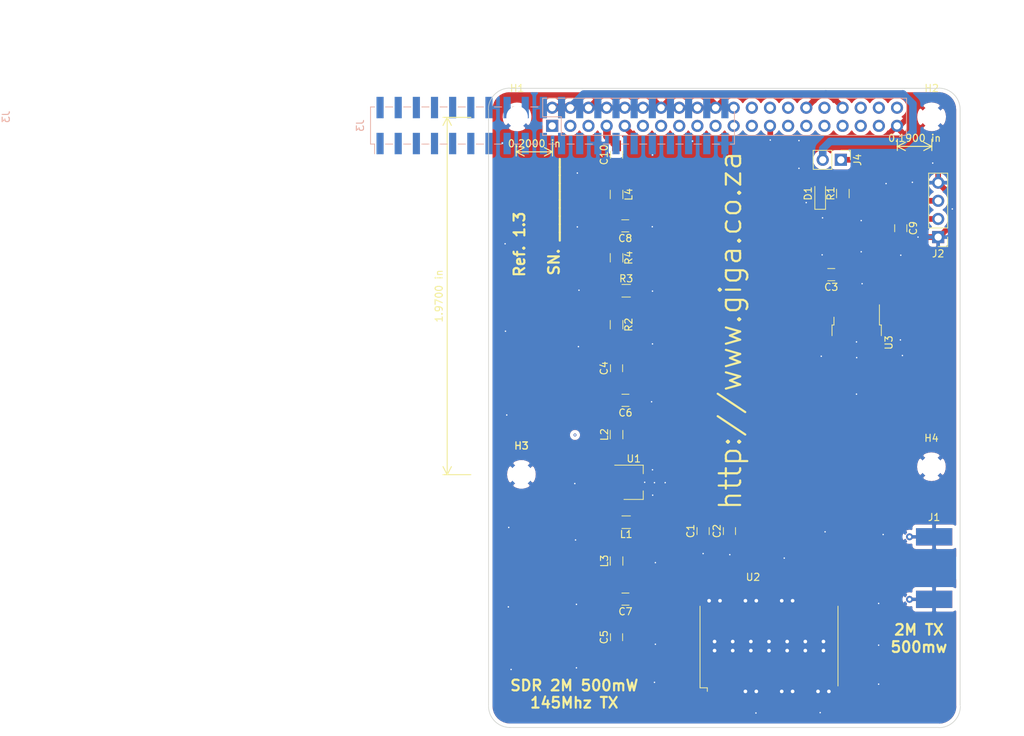
<source format=kicad_pcb>
(kicad_pcb (version 20171130) (host pcbnew "(5.1.9)-1")
  (title_block (title "Africube Transmitter") (date 2019-07-18) (rev V1.0) (company "Giga Technology"))
  (layers (0 F.Cu signal) (31 B.Cu signal) (34 B.Paste user) (35 F.Paste user) (36 B.SilkS user) (37 F.SilkS user) (38 B.Mask user) (39 F.Mask user) (44 Edge.Cuts user))
  (net 0 "")
  (net 1 GND)
  (net 2 +5V)
  (net 3 "Net-(C4-Pad1)")
  (net 4 "Net-(C4-Pad2)")
  (net 5 "Net-(C5-Pad1)")
  (net 6 "Net-(C5-Pad2)")
  (net 7 "Net-(C8-Pad2)")
  (net 8 "Net-(C10-Pad1)")
  (net 9 "Net-(D1-Pad2)")
  (net 10 "Net-(L1-Pad2)")
  (net 11 "Net-(L2-Pad1)")
  (net 12 "Net-(R2-Pad1)")
  (net 13 "Net-(J3-Pad2)")
  (net 14 "Net-(C9-Pad1)")
  (net 15 "Net-(C10-Pad2)")
  (net 16 "Net-(J1-Pad1)")
  (net 17 "Net-(J3-Pad40)")
  (net 18 "Net-(J3-Pad38)")
  (net 19 "Net-(J3-Pad37)")
  (net 20 "Net-(J3-Pad36)")
  (net 21 "Net-(J3-Pad35)")
  (net 22 "Net-(J3-Pad33)")
  (net 23 "Net-(J3-Pad32)")
  (net 24 "Net-(J3-Pad31)")
  (net 25 "Net-(J3-Pad29)")
  (net 26 "Net-(J3-Pad28)")
  (net 27 "Net-(J3-Pad27)")
  (net 28 "Net-(J3-Pad26)")
  (net 29 "Net-(J3-Pad24)")
  (net 30 "Net-(J3-Pad23)")
  (net 31 "Net-(J3-Pad22)")
  (net 32 "Net-(J3-Pad21)")
  (net 33 "Net-(J3-Pad19)")
  (net 34 "Net-(J3-Pad18)")
  (net 35 "Net-(J3-Pad17)")
  (net 36 "Net-(J3-Pad16)")
  (net 37 "Net-(J3-Pad15)")
  (net 38 "Net-(J3-Pad13)")
  (net 39 "Net-(J3-Pad12)")
  (net 40 "Net-(J3-Pad11)")
  (net 41 "Net-(J3-Pad10)")
  (net 42 "Net-(J3-Pad8)")
  (net 43 "Net-(J3-Pad5)")
  (net 44 "Net-(J3-Pad3)")
  (net 45 "Net-(J3-Pad1)")
  (module Connector_PinSocket_2.54mm:PinSocket_2x20_P2.54mm_Vertical (layer F.Cu) (at 85.93836 65.57772 270)
    (fp_text reference J3 (at -1.27 76.43 90) (layer B.SilkS) (effects (justify mirror)))
    (fp_text value PinSocket_2x20_P2.54mm_Vertical)
    (pad 40 thru_hole oval (at -2.54 -48.26 270) (size 1.7 1.7) (drill 1) (layers *.Cu *.Mask))
    (pad 39 thru_hole oval (at 0 -48.26 270) (size 1.7 1.7) (drill 1) (layers *.Cu *.Mask))
    (pad 38 thru_hole oval (at -2.54 -45.72 270) (size 1.7 1.7) (drill 1) (layers *.Cu *.Mask))
    (pad 37 thru_hole oval (at 0 -45.72 270) (size 1.7 1.7) (drill 1) (layers *.Cu *.Mask))
    (pad 36 thru_hole oval (at -2.54 -43.18 270) (size 1.7 1.7) (drill 1) (layers *.Cu *.Mask))
    (pad 35 thru_hole oval (at 0 -43.18 270) (size 1.7 1.7) (drill 1) (layers *.Cu *.Mask))
    (pad 34 thru_hole oval (at -2.54 -40.64 270) (size 1.7 1.7) (drill 1) (layers *.Cu *.Mask))
    (pad 33 thru_hole oval (at 0 -40.64 270) (size 1.7 1.7) (drill 1) (layers *.Cu *.Mask))
    (pad 32 thru_hole oval (at -2.54 -38.1 270) (size 1.7 1.7) (drill 1) (layers *.Cu *.Mask))
    (pad 31 thru_hole oval (at 0 -38.1 270) (size 1.7 1.7) (drill 1) (layers *.Cu *.Mask))
    (pad 30 thru_hole oval (at -2.54 -35.56 270) (size 1.7 1.7) (drill 1) (layers *.Cu *.Mask))
    (pad 29 thru_hole oval (at 0 -35.56 270) (size 1.7 1.7) (drill 1) (layers *.Cu *.Mask))
    (pad 28 thru_hole oval (at -2.54 -33.02 270) (size 1.7 1.7) (drill 1) (layers *.Cu *.Mask))
    (pad 27 thru_hole oval (at 0 -33.02 270) (size 1.7 1.7) (drill 1) (layers *.Cu *.Mask))
    (pad 26 thru_hole oval (at -2.54 -30.48 270) (size 1.7 1.7) (drill 1) (layers *.Cu *.Mask))
    (pad 25 thru_hole oval (at 0 -30.48 270) (size 1.7 1.7) (drill 1) (layers *.Cu *.Mask))
    (pad 24 thru_hole oval (at -2.54 -27.94 270) (size 1.7 1.7) (drill 1) (layers *.Cu *.Mask))
    (pad 23 thru_hole oval (at 0 -27.94 270) (size 1.7 1.7) (drill 1) (layers *.Cu *.Mask))
    (pad 22 thru_hole oval (at -2.54 -25.4 270) (size 1.7 1.7) (drill 1) (layers *.Cu *.Mask))
    (pad 21 thru_hole oval (at 0 -25.4 270) (size 1.7 1.7) (drill 1) (layers *.Cu *.Mask))
    (pad 20 thru_hole oval (at -2.54 -22.86 270) (size 1.7 1.7) (drill 1) (layers *.Cu *.Mask))
    (pad 19 thru_hole oval (at 0 -22.86 270) (size 1.7 1.7) (drill 1) (layers *.Cu *.Mask))
    (pad 18 thru_hole oval (at -2.54 -20.32 270) (size 1.7 1.7) (drill 1) (layers *.Cu *.Mask))
    (pad 17 thru_hole oval (at 0 -20.32 270) (size 1.7 1.7) (drill 1) (layers *.Cu *.Mask))
    (pad 16 thru_hole oval (at -2.54 -17.78 270) (size 1.7 1.7) (drill 1) (layers *.Cu *.Mask))
    (pad 15 thru_hole oval (at 0 -17.78 270) (size 1.7 1.7) (drill 1) (layers *.Cu *.Mask))
    (pad 14 thru_hole oval (at -2.54 -15.24 270) (size 1.7 1.7) (drill 1) (layers *.Cu *.Mask))
    (pad 13 thru_hole oval (at 0 -15.24 270) (size 1.7 1.7) (drill 1) (layers *.Cu *.Mask))
    (pad 12 thru_hole oval (at -2.54 -12.7 270) (size 1.7 1.7) (drill 1) (layers *.Cu *.Mask))
    (pad 11 thru_hole oval (at 0 -12.7 270) (size 1.7 1.7) (drill 1) (layers *.Cu *.Mask))
    (pad 10 thru_hole oval (at -2.54 -10.16 270) (size 1.7 1.7) (drill 1) (layers *.Cu *.Mask))
    (pad 9 thru_hole oval (at 0 -10.16 270) (size 1.7 1.7) (drill 1) (layers *.Cu *.Mask))
    (pad 8 thru_hole oval (at -2.54 -7.62 270) (size 1.7 1.7) (drill 1) (layers *.Cu *.Mask))
    (pad 7 thru_hole oval (at 0 -7.62 270) (size 1.7 1.7) (drill 1) (layers *.Cu *.Mask))
    (pad 6 thru_hole oval (at -2.54 -5.08 270) (size 1.7 1.7) (drill 1) (layers *.Cu *.Mask))
    (pad 5 thru_hole oval (at 0 -5.08 270) (size 1.7 1.7) (drill 1) (layers *.Cu *.Mask))
    (pad 4 thru_hole oval (at -2.54 -2.54 270) (size 1.7 1.7) (drill 1) (layers *.Cu *.Mask))
    (pad 3 thru_hole oval (at 0 -2.54 270) (size 1.7 1.7) (drill 1) (layers *.Cu *.Mask))
    (pad 2 thru_hole oval (at -2.54 0 270) (size 1.7 1.7) (drill 1) (layers *.Cu *.Mask))
    (pad 1 thru_hole rect (at 0 0 270) (size 1.7 1.7) (drill 1) (layers *.Cu *.Mask))
  )
  (module Connector_PinSocket_2.54mm:PinSocket_2x20_P2.54mm_Vertical_SMD (layer B.Cu) (at 85.979 65.532 270)
    (fp_text reference J3 (at 0 26.9 90) (layer B.SilkS) (effects (justify mirror)))
    (fp_text value RPi_GPIO)
    (pad 40 smd rect (at -2.52 -24.13 270) (size 3 1) (layers B.Cu B.Paste B.Mask) (net 17 "Net-(J3-Pad40)"))
    (pad 39 smd rect (at 2.52 -24.13 270) (size 3 1) (layers B.Cu B.Paste B.Mask) (net 1 GND))
    (pad 38 smd rect (at -2.52 -21.59 270) (size 3 1) (layers B.Cu B.Paste B.Mask) (net 18 "Net-(J3-Pad38)"))
    (pad 37 smd rect (at 2.52 -21.59 270) (size 3 1) (layers B.Cu B.Paste B.Mask) (net 19 "Net-(J3-Pad37)"))
    (pad 36 smd rect (at -2.52 -19.05 270) (size 3 1) (layers B.Cu B.Paste B.Mask) (net 20 "Net-(J3-Pad36)"))
    (pad 35 smd rect (at 2.52 -19.05 270) (size 3 1) (layers B.Cu B.Paste B.Mask) (net 21 "Net-(J3-Pad35)"))
    (pad 34 smd rect (at -2.52 -16.51 270) (size 3 1) (layers B.Cu B.Paste B.Mask) (net 1 GND))
    (pad 33 smd rect (at 2.52 -16.51 270) (size 3 1) (layers B.Cu B.Paste B.Mask) (net 22 "Net-(J3-Pad33)"))
    (pad 32 smd rect (at -2.52 -13.97 270) (size 3 1) (layers B.Cu B.Paste B.Mask) (net 23 "Net-(J3-Pad32)"))
    (pad 31 smd rect (at 2.52 -13.97 270) (size 3 1) (layers B.Cu B.Paste B.Mask) (net 24 "Net-(J3-Pad31)"))
    (pad 30 smd rect (at -2.52 -11.43 270) (size 3 1) (layers B.Cu B.Paste B.Mask) (net 1 GND))
    (pad 29 smd rect (at 2.52 -11.43 270) (size 3 1) (layers B.Cu B.Paste B.Mask) (net 25 "Net-(J3-Pad29)"))
    (pad 28 smd rect (at -2.52 -8.89 270) (size 3 1) (layers B.Cu B.Paste B.Mask) (net 26 "Net-(J3-Pad28)"))
    (pad 27 smd rect (at 2.52 -8.89 270) (size 3 1) (layers B.Cu B.Paste B.Mask) (net 27 "Net-(J3-Pad27)"))
    (pad 26 smd rect (at -2.52 -6.35 270) (size 3 1) (layers B.Cu B.Paste B.Mask) (net 28 "Net-(J3-Pad26)"))
    (pad 25 smd rect (at 2.52 -6.35 270) (size 3 1) (layers B.Cu B.Paste B.Mask) (net 1 GND))
    (pad 24 smd rect (at -2.52 -3.81 270) (size 3 1) (layers B.Cu B.Paste B.Mask) (net 29 "Net-(J3-Pad24)"))
    (pad 23 smd rect (at 2.52 -3.81 270) (size 3 1) (layers B.Cu B.Paste B.Mask) (net 30 "Net-(J3-Pad23)"))
    (pad 22 smd rect (at -2.52 -1.27 270) (size 3 1) (layers B.Cu B.Paste B.Mask) (net 31 "Net-(J3-Pad22)"))
    (pad 21 smd rect (at 2.52 -1.27 270) (size 3 1) (layers B.Cu B.Paste B.Mask) (net 32 "Net-(J3-Pad21)"))
    (pad 20 smd rect (at -2.52 1.27 270) (size 3 1) (layers B.Cu B.Paste B.Mask) (net 1 GND))
    (pad 19 smd rect (at 2.52 1.27 270) (size 3 1) (layers B.Cu B.Paste B.Mask) (net 33 "Net-(J3-Pad19)"))
    (pad 18 smd rect (at -2.52 3.81 270) (size 3 1) (layers B.Cu B.Paste B.Mask) (net 34 "Net-(J3-Pad18)"))
    (pad 17 smd rect (at 2.52 3.81 270) (size 3 1) (layers B.Cu B.Paste B.Mask) (net 35 "Net-(J3-Pad17)"))
    (pad 16 smd rect (at -2.52 6.35 270) (size 3 1) (layers B.Cu B.Paste B.Mask) (net 36 "Net-(J3-Pad16)"))
    (pad 15 smd rect (at 2.52 6.35 270) (size 3 1) (layers B.Cu B.Paste B.Mask) (net 37 "Net-(J3-Pad15)"))
    (pad 14 smd rect (at -2.52 8.89 270) (size 3 1) (layers B.Cu B.Paste B.Mask) (net 1 GND))
    (pad 13 smd rect (at 2.52 8.89 270) (size 3 1) (layers B.Cu B.Paste B.Mask) (net 38 "Net-(J3-Pad13)"))
    (pad 12 smd rect (at -2.52 11.43 270) (size 3 1) (layers B.Cu B.Paste B.Mask) (net 39 "Net-(J3-Pad12)"))
    (pad 11 smd rect (at 2.52 11.43 270) (size 3 1) (layers B.Cu B.Paste B.Mask) (net 40 "Net-(J3-Pad11)"))
    (pad 10 smd rect (at -2.52 13.97 270) (size 3 1) (layers B.Cu B.Paste B.Mask) (net 41 "Net-(J3-Pad10)"))
    (pad 9 smd rect (at 2.52 13.97 270) (size 3 1) (layers B.Cu B.Paste B.Mask) (net 1 GND))
    (pad 8 smd rect (at -2.52 16.51 270) (size 3 1) (layers B.Cu B.Paste B.Mask) (net 42 "Net-(J3-Pad8)"))
    (pad 7 smd rect (at 2.52 16.51 270) (size 3 1) (layers B.Cu B.Paste B.Mask) (net 15 "Net-(C10-Pad2)"))
    (pad 6 smd rect (at -2.52 19.05 270) (size 3 1) (layers B.Cu B.Paste B.Mask) (net 1 GND))
    (pad 5 smd rect (at 2.52 19.05 270) (size 3 1) (layers B.Cu B.Paste B.Mask) (net 43 "Net-(J3-Pad5)"))
    (pad 4 smd rect (at -2.52 21.59 270) (size 3 1) (layers B.Cu B.Paste B.Mask) (net 13 "Net-(J3-Pad2)"))
    (pad 3 smd rect (at 2.52 21.59 270) (size 3 1) (layers B.Cu B.Paste B.Mask) (net 44 "Net-(J3-Pad3)"))
    (pad 2 smd rect (at -2.52 24.13 270) (size 3 1) (layers B.Cu B.Paste B.Mask) (net 13 "Net-(J3-Pad2)"))
    (pad 1 smd rect (at 2.52 24.13 270) (size 3 1) (layers B.Cu B.Paste B.Mask) (net 45 "Net-(J3-Pad1)"))
  )
  (module MountingHole:MountingHole_3mm (layer F.Cu) (at 139.014 113.31)
    (fp_text reference H4 (at 0 -4) (layer F.SilkS))
    (fp_text value 3mm_hole)
    (pad 1 np_thru_hole circle (at 0 0) (size 3 3) (drill 3) (layers *.Cu *.Mask) (net 1 GND))
  )
  (module MountingHole:MountingHole_3mm (layer F.Cu) (at 81.6336 114.3868)
    (fp_text reference H3 (at 0 -4) (layer F.SilkS))
    (fp_text value 3mm_hole)
    (pad 1 np_thru_hole circle (at 0 0) (size 3 3) (drill 3) (layers *.Cu *.Mask) (net 1 GND))
  )
  (module MountingHole:MountingHole_3mm (layer F.Cu) (at 81.6336 114.3868)
    (fp_text reference H3 (at 0 -4) (layer F.SilkS))
    (fp_text value 3mm_hole)
    (pad 1 np_thru_hole circle (at 0 0) (size 3 3) (drill 3) (layers *.Cu *.Mask) (net 1 GND))
  )
  (module MountingHole:MountingHole_3mm (layer F.Cu) (at 81.6336 114.3868)
    (fp_text reference H3 (at 0 -4) (layer F.SilkS))
    (fp_text value 3mm_hole)
    (pad 1 np_thru_hole circle (at 0 0) (size 3 3) (drill 3) (layers *.Cu *.Mask) (net 1 GND))
  )
  (module MountingHole:MountingHole_3mm (layer F.Cu) (at 81.6336 114.3868)
    (fp_text reference H3 (at 0 -4) (layer F.SilkS))
    (fp_text value 3mm_hole)
    (pad 1 np_thru_hole circle (at 0 0) (size 3 3) (drill 3) (layers *.Cu *.Mask) (net 1 GND))
  )
  (module MountingHole:MountingHole_3mm (layer F.Cu) (at 139.0394 64.3134)
    (fp_text reference H2 (at 0 -4) (layer F.SilkS))
    (fp_text value 3mm_hole)
    (pad 1 np_thru_hole circle (at 0 0) (size 3 3) (drill 3) (layers *.Cu *.Mask) (net 1 GND))
  )
  (module MountingHole:MountingHole_3mm (layer F.Cu) (at 81.024 64.3234)
    (fp_text reference H1 (at 0 -4) (layer F.SilkS))
    (fp_text value 3mm_hole)
    (pad 1 np_thru_hole circle (at 0 0) (size 3 3) (drill 3) (layers *.Cu *.Mask) (net 1 GND))
  )
  (module Capacitors_SMD:C_0805_HandSoldering (layer F.Cu) (at 107.061 122.3264 90)
    (fp_text reference C1 (at 0 -1.75 90) (layer F.SilkS))
    (fp_text value 100nF)
    (pad 1 smd rect (at -1.25 0 90) (size 1.5 1.25) (layers F.Cu F.Paste F.Mask) (net 1 GND))
    (pad 2 smd rect (at 1.25 0 90) (size 1.5 1.25) (layers F.Cu F.Paste F.Mask) (net 2 +5V))
  )
  (module Capacitors_SMD:C_0805_HandSoldering (layer F.Cu) (at 110.744 122.3264 90)
    (fp_text reference C2 (at 0 -1.75 90) (layer F.SilkS))
    (fp_text value 100pF)
    (pad 1 smd rect (at -1.25 0 90) (size 1.5 1.25) (layers F.Cu F.Paste F.Mask) (net 1 GND))
    (pad 2 smd rect (at 1.25 0 90) (size 1.5 1.25) (layers F.Cu F.Paste F.Mask) (net 2 +5V))
  )
  (module Capacitors_SMD:C_0805_HandSoldering (layer F.Cu) (at 124.9934 86.4108 180)
    (fp_text reference C3 (at 0 -1.75 180) (layer F.SilkS))
    (fp_text value "4.7uF 16V")
    (pad 1 smd rect (at -1.25 0 180) (size 1.5 1.25) (layers F.Cu F.Paste F.Mask) (net 2 +5V))
    (pad 2 smd rect (at 1.25 0 180) (size 1.5 1.25) (layers F.Cu F.Paste F.Mask) (net 1 GND))
  )
  (module Capacitors_SMD:C_0805_HandSoldering (layer F.Cu) (at 94.9452 99.5172 90)
    (fp_text reference C4 (at 0 -1.75 90) (layer F.SilkS))
    (fp_text value 100pF)
    (pad 1 smd rect (at -1.25 0 90) (size 1.5 1.25) (layers F.Cu F.Paste F.Mask) (net 3 "Net-(C4-Pad1)"))
    (pad 2 smd rect (at 1.25 0 90) (size 1.5 1.25) (layers F.Cu F.Paste F.Mask) (net 4 "Net-(C4-Pad2)"))
  )
  (module Capacitors_SMD:C_0805_HandSoldering (layer F.Cu) (at 94.9452 137.1854 90)
    (fp_text reference C5 (at 0 -1.75 90) (layer F.SilkS))
    (fp_text value 100pF)
    (pad 1 smd rect (at -1.25 0 90) (size 1.5 1.25) (layers F.Cu F.Paste F.Mask) (net 5 "Net-(C5-Pad1)"))
    (pad 2 smd rect (at 1.25 0 90) (size 1.5 1.25) (layers F.Cu F.Paste F.Mask) (net 6 "Net-(C5-Pad2)"))
  )
  (module Capacitors_SMD:C_0805_HandSoldering (layer F.Cu) (at 96.1898 104.013 180)
    (fp_text reference C6 (at 0 -1.75 180) (layer F.SilkS))
    (fp_text value 12pF)
    (pad 1 smd rect (at -1.25 0 180) (size 1.5 1.25) (layers F.Cu F.Paste F.Mask) (net 1 GND))
    (pad 2 smd rect (at 1.25 0 180) (size 1.5 1.25) (layers F.Cu F.Paste F.Mask) (net 3 "Net-(C4-Pad1)"))
  )
  (module Capacitors_SMD:C_0805_HandSoldering (layer F.Cu) (at 96.1898 131.8514 180)
    (fp_text reference C7 (at 0 -1.75 180) (layer F.SilkS))
    (fp_text value 22pF)
    (pad 1 smd rect (at -1.25 0 180) (size 1.5 1.25) (layers F.Cu F.Paste F.Mask) (net 1 GND))
    (pad 2 smd rect (at 1.25 0 180) (size 1.5 1.25) (layers F.Cu F.Paste F.Mask) (net 6 "Net-(C5-Pad2)"))
  )
  (module Capacitors_SMD:C_0805_HandSoldering (layer F.Cu) (at 96.1644 79.5782 180)
    (fp_text reference C8 (at 0 -1.75 180) (layer F.SilkS))
    (fp_text value 10pF)
    (pad 1 smd rect (at -1.25 0 180) (size 1.5 1.25) (layers F.Cu F.Paste F.Mask) (net 1 GND))
    (pad 2 smd rect (at 1.25 0 180) (size 1.5 1.25) (layers F.Cu F.Paste F.Mask) (net 7 "Net-(C8-Pad2)"))
  )
  (module Capacitors_SMD:C_0805_HandSoldering (layer F.Cu) (at 134.7216 79.9084 270)
    (fp_text reference C9 (at 0 -1.75 270) (layer F.SilkS))
    (fp_text value "4.7uF 16V")
    (pad 1 smd rect (at -1.25 0 270) (size 1.5 1.25) (layers F.Cu F.Paste F.Mask) (net 14 "Net-(C9-Pad1)"))
    (pad 2 smd rect (at 1.25 0 270) (size 1.5 1.25) (layers F.Cu F.Paste F.Mask) (net 1 GND))
  )
  (module Capacitors_SMD:C_0805_HandSoldering (layer F.Cu) (at 94.9452 69.6214 90)
    (fp_text reference C10 (at 0 -1.75 90) (layer F.SilkS))
    (fp_text value 100pF)
    (pad 1 smd rect (at -1.25 0 90) (size 1.5 1.25) (layers F.Cu F.Paste F.Mask) (net 8 "Net-(C10-Pad1)"))
    (pad 2 smd rect (at 1.25 0 90) (size 1.5 1.25) (layers F.Cu F.Paste F.Mask) (net 15 "Net-(C10-Pad2)"))
  )
  (module LEDs:LED_0805_HandSoldering (layer F.Cu) (at 123.444 75.057 90)
    (fp_text reference D1 (at 0 -1.7 90) (layer F.SilkS))
    (fp_text value LED)
    (pad 1 smd rect (at -1.35 0 90) (size 1.5 1.3) (layers F.Cu F.Paste F.Mask) (net 1 GND))
    (pad 2 smd rect (at 1.35 0 90) (size 1.5 1.3) (layers F.Cu F.Paste F.Mask) (net 9 "Net-(D1-Pad2)"))
  )
  (module Connectors_Molex:Molex_SMA_Jack_Edge_Mount (layer F.Cu) (at 137.668 127.508 180)
    (fp_text reference J1 (at -1.72 7.11 180) (layer F.SilkS))
    (fp_text value "SMA Edge FM")
    (pad 1 smd rect (at -1.72 0 180) (size 5.08 2.29) (layers F.Cu F.Paste F.Mask) (net 16 "Net-(J1-Pad1)"))
    (pad 2 smd rect (at -1.72 -4.38 180) (size 5.08 2.42) (layers F.Cu F.Paste F.Mask) (net 1 GND))
    (pad 2 smd rect (at -1.72 4.38 180) (size 5.08 2.42) (layers F.Cu F.Paste F.Mask) (net 1 GND))
    (pad 2 smd rect (at -1.72 -4.38 180) (size 5.08 2.42) (layers B.Cu B.Paste B.Mask) (net 1 GND))
    (pad 2 smd rect (at -1.72 4.38 180) (size 5.08 2.42) (layers B.Cu B.Paste B.Mask) (net 1 GND))
    (pad 2 thru_hole circle (at 1.72 -4.38 180) (size 0.97 0.97) (drill 0.46) (layers *.Cu) (net 1 GND))
    (pad 2 thru_hole circle (at 1.72 4.38 180) (size 0.97 0.97) (drill 0.46) (layers *.Cu) (net 1 GND))
    (pad 2 smd rect (at 1.27 -4.38 180) (size 0.89 0.46) (layers F.Cu) (net 1 GND))
    (pad 2 smd rect (at 1.27 4.38 180) (size 0.89 0.46) (layers F.Cu) (net 1 GND))
    (pad 2 smd rect (at 1.27 -4.38 180) (size 0.89 0.46) (layers B.Cu) (net 1 GND))
    (pad 2 smd rect (at 1.27 4.38 180) (size 0.89 0.46) (layers B.Cu) (net 1 GND))
  )
  (module Socket_Strips:Socket_Strip_Straight_1x04_Pitch2.54mm (layer F.Cu) (at 139.954 81.153 180)
    (fp_text reference J2 (at 0 -2.33 180) (layer F.SilkS))
    (fp_text value Conn_01x04)
    (pad 1 thru_hole rect (at 0 0 180) (size 1.7 1.7) (drill 1) (layers *.Cu *.Mask) (net 1 GND))
    (pad 2 thru_hole oval (at 0 2.54 180) (size 1.7 1.7) (drill 1) (layers *.Cu *.Mask) (net 14 "Net-(C9-Pad1)"))
    (pad 3 thru_hole oval (at 0 5.08 180) (size 1.7 1.7) (drill 1) (layers *.Cu *.Mask) (net 2 +5V))
    (pad 4 thru_hole oval (at 0 7.62 180) (size 1.7 1.7) (drill 1) (layers *.Cu *.Mask) (net 1 GND))
  )
  (module Resistors_SMD:R_0805_HandSoldering (layer F.Cu) (at 96.2914 121.0818 180)
    (fp_text reference L1 (at 0 -1.7 180) (layer F.SilkS))
    (fp_text value 12nH)
    (pad 1 smd rect (at -1.35 0 180) (size 1.5 1.3) (layers F.Cu F.Paste F.Mask) (net 2 +5V))
    (pad 2 smd rect (at 1.35 0 180) (size 1.5 1.3) (layers F.Cu F.Paste F.Mask) (net 10 "Net-(L1-Pad2)"))
  )
  (module Resistors_SMD:R_0805_HandSoldering (layer F.Cu) (at 94.9452 108.8136 90)
    (fp_text reference L2 (at 0 -1.7 90) (layer F.SilkS))
    (fp_text value 0)
    (pad 1 smd rect (at -1.35 0 90) (size 1.5 1.3) (layers F.Cu F.Paste F.Mask) (net 11 "Net-(L2-Pad1)"))
    (pad 2 smd rect (at 1.35 0 90) (size 1.5 1.3) (layers F.Cu F.Paste F.Mask) (net 3 "Net-(C4-Pad1)"))
  )
  (module Resistors_SMD:R_0805_HandSoldering (layer F.Cu) (at 94.9452 126.5174 90)
    (fp_text reference L3 (at 0 -1.7 90) (layer F.SilkS))
    (fp_text value 0)
    (pad 1 smd rect (at -1.35 0 90) (size 1.5 1.3) (layers F.Cu F.Paste F.Mask) (net 6 "Net-(C5-Pad2)"))
    (pad 2 smd rect (at 1.35 0 90) (size 1.5 1.3) (layers F.Cu F.Paste F.Mask) (net 10 "Net-(L1-Pad2)"))
  )
  (module Resistors_SMD:R_0805_HandSoldering (layer F.Cu) (at 94.9452 75.184 270)
    (fp_text reference L4 (at 0 -1.7 270) (layer F.SilkS))
    (fp_text value 0)
    (pad 1 smd rect (at -1.35 0 270) (size 1.5 1.3) (layers F.Cu F.Paste F.Mask) (net 8 "Net-(C10-Pad1)"))
    (pad 2 smd rect (at 1.35 0 270) (size 1.5 1.3) (layers F.Cu F.Paste F.Mask) (net 7 "Net-(C8-Pad2)"))
  )
  (module Resistors_SMD:R_0805_HandSoldering (layer F.Cu) (at 126.619 75.057 90)
    (fp_text reference R1 (at 0 -1.7 90) (layer F.SilkS))
    (fp_text value 330)
    (pad 1 smd rect (at -1.35 0 90) (size 1.5 1.3) (layers F.Cu F.Paste F.Mask) (net 2 +5V))
    (pad 2 smd rect (at 1.35 0 90) (size 1.5 1.3) (layers F.Cu F.Paste F.Mask) (net 9 "Net-(D1-Pad2)"))
  )
  (module Resistors_SMD:R_0805_HandSoldering (layer F.Cu) (at 94.9452 93.4212 270)
    (fp_text reference R2 (at 0 -1.7 270) (layer F.SilkS))
    (fp_text value 0)
    (pad 1 smd rect (at -1.35 0 270) (size 1.5 1.3) (layers F.Cu F.Paste F.Mask) (net 12 "Net-(R2-Pad1)"))
    (pad 2 smd rect (at 1.35 0 270) (size 1.5 1.3) (layers F.Cu F.Paste F.Mask) (net 4 "Net-(C4-Pad2)"))
  )
  (module Resistors_SMD:R_0805_HandSoldering (layer F.Cu) (at 96.2914 88.6714)
    (fp_text reference R3 (at 0 -1.7) (layer F.SilkS))
    (fp_text value OC)
    (pad 1 smd rect (at -1.35 0) (size 1.5 1.3) (layers F.Cu F.Paste F.Mask) (net 12 "Net-(R2-Pad1)"))
    (pad 2 smd rect (at 1.35 0) (size 1.5 1.3) (layers F.Cu F.Paste F.Mask) (net 1 GND))
  )
  (module Resistors_SMD:R_0805_HandSoldering (layer F.Cu) (at 94.9452 84.0486 270)
    (fp_text reference R4 (at 0 -1.7 270) (layer F.SilkS))
    (fp_text value 0)
    (pad 1 smd rect (at -1.35 0 270) (size 1.5 1.3) (layers F.Cu F.Paste F.Mask) (net 7 "Net-(C8-Pad2)"))
    (pad 2 smd rect (at 1.35 0 270) (size 1.5 1.3) (layers F.Cu F.Paste F.Mask) (net 12 "Net-(R2-Pad1)"))
  )
  (module TO_SOT_Packages_SMD:SOT-89-3_Handsoldering (layer F.Cu) (at 96.901 115.4938)
    (fp_text reference U1 (at 0.45 -3.3) (layer F.SilkS))
    (fp_text value TQP7M9105)
    (pad 1 smd rect (at -1.98 -1.5 270) (size 1 2.5) (layers F.Cu F.Paste F.Mask) (net 11 "Net-(L2-Pad1)"))
    (pad 2 smd rect (at -1.98 0 270) (size 1 2.5) (layers F.Cu F.Paste F.Mask) (net 1 GND))
    (pad 3 smd rect (at -1.98 1.5 270) (size 1 2.5) (layers F.Cu F.Paste F.Mask) (net 10 "Net-(L1-Pad2)"))
    (pad 2 smd rect (at 1.98 0 270) (size 2 4) (layers F.Cu F.Paste F.Mask) (net 1 GND))
    (pad 2 smd trapezoid (at -0.37 0 90) (size 1.5 0.75) (rect_delta 0 0.5) (layers F.Cu F.Paste F.Mask) (net 1 GND))
  )
  (module Pin_Headers:Pin_Header_Straight_1x02_Pitch2.54mm (layer F.Cu) (at 126.3396 70.3326 270)
    (fp_text reference J4 (at 0 -2.33 270) (layer F.SilkS))
    (fp_text value Conn_01x02)
    (pad 1 thru_hole rect (at 0 0 270) (size 1.7 1.7) (drill 1) (layers *.Cu *.Mask) (net 2 +5V))
    (pad 2 thru_hole oval (at 0 2.54 270) (size 1.7 1.7) (drill 1) (layers *.Cu *.Mask) (net 13 "Net-(J3-Pad2)"))
  )
  (module mini_filter:Mini-Circuits_HF1139_LandPatternPL-230 (layer F.Cu) (at 116.2812 138.43 90)
    (fp_text reference U2 (at 9.652 -2.2352 180) (layer F.SilkS))
    (fp_text value SXBP-150+)
    (pad 1 smd rect (at -5.2705 -7.62) (size 1.524 1.397) (layers F.Cu F.Paste F.Mask) (net 5 "Net-(C5-Pad1)") (clearance 3.3782))
    (pad 2 smd rect (at 5.2705 -7.62) (size 1.524 1.397) (layers F.Cu F.Paste F.Mask) (net 1 GND))
    (pad 3 smd rect (at -5.2705 -2.54) (size 1.524 1.397) (layers F.Cu F.Paste F.Mask) (net 1 GND))
    (pad 4 smd rect (at 5.2705 -2.54) (size 1.524 1.397) (layers F.Cu F.Paste F.Mask) (net 1 GND))
    (pad 5 smd rect (at -5.2705 2.54) (size 1.524 1.397) (layers F.Cu F.Paste F.Mask) (net 1 GND))
    (pad 6 smd rect (at 5.2705 2.54) (size 1.524 1.397) (layers F.Cu F.Paste F.Mask) (net 1 GND))
    (pad 7 smd rect (at -5.2705 7.62) (size 1.524 1.397) (layers F.Cu F.Paste F.Mask) (net 1 GND))
    (pad 8 smd rect (at 5.2705 7.62) (size 1.524 1.397) (layers F.Cu F.Paste F.Mask) (net 16 "Net-(J1-Pad1)") (clearance 3.3782))
    (pad 7 thru_hole circle (at -6.35 6.858) (size 1.016 1.016) (drill 0.508) (layers *.Cu) (net 1 GND))
    (pad 7 thru_hole circle (at -6.35 8.382) (size 1.016 1.016) (drill 0.508) (layers *.Cu) (net 1 GND))
    (pad 5 thru_hole circle (at -6.35 3.302) (size 1.016 1.016) (drill 0.508) (layers *.Cu) (net 1 GND))
    (pad 5 thru_hole circle (at -6.35 1.778) (size 1.016 1.016) (drill 0.508) (layers *.Cu) (net 1 GND))
    (pad 6 thru_hole circle (at 6.35 1.778) (size 1.016 1.016) (drill 0.508) (layers *.Cu) (net 1 GND))
    (pad 6 thru_hole circle (at 6.35 3.302) (size 1.016 1.016) (drill 0.508) (layers *.Cu) (net 1 GND))
    (pad 4 thru_hole circle (at 6.35 -1.778) (size 1.016 1.016) (drill 0.508) (layers *.Cu) (net 1 GND))
    (pad 4 thru_hole circle (at 6.35 -3.302) (size 1.016 1.016) (drill 0.508) (layers *.Cu) (net 1 GND))
    (pad 2 thru_hole circle (at 6.35 -6.858) (size 1.016 1.016) (drill 0.508) (layers *.Cu) (net 1 GND))
    (pad 2 thru_hole circle (at 6.35 -8.382) (size 1.016 1.016) (drill 0.508) (layers *.Cu) (net 1 GND))
    (pad 3 thru_hole circle (at -6.35 -3.302) (size 1.016 1.016) (drill 0.508) (layers *.Cu) (net 1 GND))
    (pad 3 thru_hole circle (at -6.35 -1.778) (size 1.016 1.016) (drill 0.508) (layers *.Cu) (net 1 GND))
    (pad 7 thru_hole circle (at -0.635 0) (size 1.016 1.016) (drill 0.508) (layers *.Cu) (net 1 GND))
    (pad 7 thru_hole circle (at 0.635 0) (size 1.016 1.016) (drill 0.508) (layers *.Cu) (net 1 GND))
    (pad 7 thru_hole circle (at 0.635 2.54) (size 1.016 1.016) (drill 0.508) (layers *.Cu) (net 1 GND))
    (pad 7 thru_hole circle (at -0.635 2.54) (size 1.016 1.016) (drill 0.508) (layers *.Cu) (net 1 GND))
    (pad 7 thru_hole circle (at -0.635 5.08) (size 1.016 1.016) (drill 0.508) (layers *.Cu) (net 1 GND))
    (pad 7 thru_hole circle (at 0.635 5.08) (size 1.016 1.016) (drill 0.508) (layers *.Cu) (net 1 GND))
    (pad 7 thru_hole circle (at 0.635 7.62) (size 1.016 1.016) (drill 0.508) (layers *.Cu) (net 1 GND))
    (pad 7 thru_hole circle (at -0.635 7.62) (size 1.016 1.016) (drill 0.508) (layers *.Cu) (net 1 GND))
    (pad 7 thru_hole circle (at 0.635 -2.54) (size 1.016 1.016) (drill 0.508) (layers *.Cu) (net 1 GND))
    (pad 7 thru_hole circle (at -0.635 -2.54) (size 1.016 1.016) (drill 0.508) (layers *.Cu) (net 1 GND))
    (pad 7 thru_hole circle (at -0.635 -5.08) (size 1.016 1.016) (drill 0.508) (layers *.Cu) (net 1 GND))
    (pad 7 thru_hole circle (at 0.635 -5.08) (size 1.016 1.016) (drill 0.508) (layers *.Cu) (net 1 GND))
    (pad 7 thru_hole circle (at 0.635 -7.62) (size 1.016 1.016) (drill 0.508) (layers *.Cu) (net 1 GND))
    (pad 7 thru_hole circle (at -0.635 -7.62) (size 1.016 1.016) (drill 0.508) (layers *.Cu) (net 1 GND))
    (pad 7 smd rect (at 0 0) (size 18.796 2.3876) (layers F.Cu) (net 1 GND))
    (pad 7 smd rect (at -4.0259 2.794) (size 13.208 5.6642) (layers F.Cu) (net 1 GND))
    (pad 7 smd rect (at 4.0259 -2.794) (size 13.208 5.6642) (layers F.Cu) (net 1 GND))
  )
  (module TO_SOT_Packages_SMD:TO-252-3_TabPin4 (layer F.Cu) (at 128.5494 95.9358 270)
    (fp_text reference U3 (at 0 -4.5 270) (layer F.SilkS))
    (fp_text value BA178M05FP-E2)
    (pad 1 smd rect (at -4.2 -2.28 270) (size 2.2 1.2) (layers F.Cu F.Paste F.Mask) (net 14 "Net-(C9-Pad1)"))
    (pad 2 smd rect (at -4.2 0 270) (size 2.2 1.2) (layers F.Cu F.Paste F.Mask) (net 1 GND))
    (pad 3 smd rect (at -4.2 2.28 270) (size 2.2 1.2) (layers F.Cu F.Paste F.Mask) (net 2 +5V))
    (pad 4 smd rect (at 2.1 0 270) (size 6.4 5.8) (layers F.Cu F.Mask) (net 1 GND))
    (pad 4 smd rect (at 3.775 1.525 270) (size 3.05 2.75) (layers F.Cu F.Paste) (net 1 GND))
    (pad 4 smd rect (at 0.425 -1.525 270) (size 3.05 2.75) (layers F.Cu F.Paste) (net 1 GND))
    (pad 4 smd rect (at 3.775 -1.525 270) (size 3.05 2.75) (layers F.Cu F.Paste) (net 1 GND))
    (pad 4 smd rect (at 0.425 1.525 270) (size 3.05 2.75) (layers F.Cu F.Paste) (net 1 GND))
  )
  (dimension 50.038 (width 0.15) (layer F.SilkS) (gr_text "50.038 mm" (at 69.947 89.408 90) (layer F.SilkS) (effects (font (size 1 1) (thickness 0.15)))) (feature1 (pts (xy 74.549 64.389) (xy 70.660579 64.389))) (feature2 (pts (xy 74.549 114.427) (xy 70.660579 114.427))) (crossbar (pts (xy 71.247 114.427) (xy 71.247 64.389))) (arrow1a (pts (xy 71.247 64.389) (xy 71.833421 65.515504))) (arrow1b (pts (xy 71.247 64.389) (xy 70.660579 65.515504))) (arrow2a (pts (xy 71.247 114.427) (xy 71.833421 113.300496))) (arrow2b (pts (xy 71.247 114.427) (xy 70.660579 113.300496))))
  (dimension 4.826 (width 0.15) (layer F.SilkS) (gr_text "4.826 mm" (at 136.652 69.753) (layer F.SilkS) (effects (font (size 1 1) (thickness 0.15)))) (feature1 (pts (xy 139.065 67.437) (xy 139.065 69.039421))) (feature2 (pts (xy 134.239 67.437) (xy 134.239 69.039421))) (crossbar (pts (xy 134.239 68.453) (xy 139.065 68.453))) (arrow1a (pts (xy 139.065 68.453) (xy 137.938496 69.039421))) (arrow1b (pts (xy 139.065 68.453) (xy 137.938496 67.866579))) (arrow2a (pts (xy 134.239 68.453) (xy 135.365504 69.039421))) (arrow2b (pts (xy 134.239 68.453) (xy 135.365504 67.866579))))
  (dimension 5.08 (width 0.15) (layer F.SilkS) (gr_text "5.080 mm" (at 83.439 70.515) (layer F.SilkS) (effects (font (size 1 1) (thickness 0.15)))) (feature1 (pts (xy 80.899 68.199) (xy 80.899 69.801421))) (feature2 (pts (xy 85.979 68.199) (xy 85.979 69.801421))) (crossbar (pts (xy 85.979 69.215) (xy 80.899 69.215))) (arrow1a (pts (xy 80.899 69.215) (xy 82.025504 68.628579))) (arrow1b (pts (xy 80.899 69.215) (xy 82.025504 69.801421))) (arrow2a (pts (xy 85.979 69.215) (xy 84.852496 68.628579))) (arrow2b (pts (xy 85.979 69.215) (xy 84.852496 69.801421))))
  (gr_text "SDR 2M 500mW\n145Mhz TX" (at 89.027 145.161) (layer F.SilkS) (effects (font (size 1.5 1.5) (thickness 0.3))))
  (gr_text "2M TX\n500mw" (at 137.2616 137.3632) (layer F.SilkS) (effects (font (size 1.5 1.5) (thickness 0.3))))
  (gr_text "SN. __________" (at 86.1822 78.359 90) (layer F.SilkS) (effects (font (size 1.5 1.5) (thickness 0.3))))
  (gr_text "Ref. 1.3" (at 81.3562 82.169 90) (layer F.SilkS) (effects (font (size 1.5 1.5) (thickness 0.3))))
  (gr_text http://www.giga.co.za (at 110.871 94.234 90) (layer F.SilkS) (effects (font (size 3 3) (thickness 0.3))))
  (gr_line (start 77.030356 63.3176) (end 77.030356 146.75) (layer Edge.Cuts) (width 0.1))
  (gr_arc (start 80.004956 63.292211) (end 80.004956 60.292211) (angle -90) (layer Edge.Cuts) (width 0.1))
  (gr_line (start 140.030356 60.317611) (end 80.030356 60.317611) (layer Edge.Cuts) (width 0.1))
  (gr_arc (start 140.030356 63.292211) (end 143.030356 63.292211) (angle -90) (layer Edge.Cuts) (width 0.1))
  (gr_line (start 143.030356 63.3176) (end 143.030356 146.75) (layer Edge.Cuts) (width 0.1))
  (gr_arc (start 80.030356 146.829611) (end 77.030356 146.829611) (angle -90) (layer Edge.Cuts) (width 0.1))
  (gr_line (start 80 149.829611) (end 140 149.829611) (layer Edge.Cuts) (width 0.1))
  (gr_arc (start 140.055756 146.855011) (end 140.055756 149.855011) (angle -89.9) (layer Edge.Cuts) (width 0.1))
  (via (at 89.1286 108.8644) (size 0.4) (drill 0.2) (layers F.Cu B.Cu) (net 0))
  (via (at 120.4722 71.5264) (size 0.4) (drill 0.2) (layers F.Cu B.Cu) (net 1))
  (via (at 132.6642 73.66) (size 0.4) (drill 0.2) (layers F.Cu B.Cu) (net 1))
  (via (at 136.3472 73.4822) (size 0.4) (drill 0.2) (layers F.Cu B.Cu) (net 1))
  (via (at 129.3114 87.6808) (size 0.4) (drill 0.2) (layers F.Cu B.Cu) (net 1))
  (via (at 129.1844 83.2104) (size 0.4) (drill 0.2) (layers F.Cu B.Cu) (net 1))
  (via (at 129.1844 78.8416) (size 0.4) (drill 0.2) (layers F.Cu B.Cu) (net 1))
  (via (at 134.9502 97.7392) (size 0.4) (drill 0.2) (layers F.Cu B.Cu) (net 1))
  (via (at 123.5964 97.8408) (size 0.4) (drill 0.2) (layers F.Cu B.Cu) (net 1))
  (via (at 128.524 103.1494) (size 0.4) (drill 0.2) (layers F.Cu B.Cu) (net 1))
  (via (at 123.444 147.7518) (size 0.4) (drill 0.2) (layers F.Cu B.Cu) (net 1))
  (via (at 114.4524 147.8026) (size 0.4) (drill 0.2) (layers F.Cu B.Cu) (net 1))
  (via (at 80.1878 141.7066) (size 0.4) (drill 0.2) (layers F.Cu B.Cu) (net 1))
  (via (at 79.8068 132.9436) (size 0.4) (drill 0.2) (layers F.Cu B.Cu) (net 1))
  (via (at 79.8576 121.8184) (size 0.4) (drill 0.2) (layers F.Cu B.Cu) (net 1))
  (via (at 79.5782 106.0704) (size 0.4) (drill 0.2) (layers F.Cu B.Cu) (net 1))
  (via (at 79.4004 94.3356) (size 0.4) (drill 0.2) (layers F.Cu B.Cu) (net 1))
  (via (at 79.3496 82.0928) (size 0.4) (drill 0.2) (layers F.Cu B.Cu) (net 1))
  (via (at 78.9686 67.9958) (size 0.4) (drill 0.2) (layers F.Cu B.Cu) (net 1))
  (via (at 105.5624 67.7164) (size 0.4) (drill 0.2) (layers F.Cu B.Cu) (net 1))
  (segment (start 105.5624 67.7164) (end 105.5624 67.6402) (width 0.8) (layer F.Cu) (net 1))
  (via (at 137.1346 81.153) (size 0.4) (drill 0.2) (layers F.Cu B.Cu) (net 1))
  (segment (start 137.1346 81.153) (end 137.1346 81.1276) (width 0.8) (layer B.Cu) (net 1))
  (via (at 121.4882 76.327) (size 0.4) (drill 0.2) (layers F.Cu B.Cu) (net 1))
  (segment (start 121.4882 76.327) (end 121.4882 76.407) (width 0.8) (layer F.Cu) (net 1))
  (via (at 120.4722 67.6402) (size 0.4) (drill 0.2) (layers F.Cu B.Cu) (net 1))
  (segment (start 120.4722 67.6402) (end 120.4722 67.6148) (width 0.8) (layer B.Cu) (net 1))
  (via (at 141.9352 77.216) (size 0.4) (drill 0.2) (layers F.Cu B.Cu) (net 1))
  (segment (start 141.9352 77.216) (end 141.986 77.216) (width 0.8) (layer F.Cu) (net 1))
  (via (at 139.192 70.7898) (size 0.4) (drill 0.2) (layers F.Cu B.Cu) (net 1))
  (via (at 128.524 95.8342) (size 0.4) (drill 0.2) (layers F.Cu B.Cu) (net 1))
  (segment (start 128.524 95.8342) (end 128.5494 95.8596) (width 0.8) (layer F.Cu) (net 1))
  (segment (start 128.5494 95.8596) (end 128.5494 98.0358) (width 0.8) (layer F.Cu) (net 1))
  (via (at 128.5494 98.0358) (size 0.4) (drill 0.2) (layers F.Cu B.Cu) (net 1))
  (segment (start 128.524 98.0186) (end 128.5322 98.0186) (width 0.8) (layer B.Cu) (net 1))
  (segment (start 128.5322 98.0186) (end 128.5494 98.0358) (width 0.8) (layer B.Cu) (net 1))
  (via (at 123.7742 78.4606) (size 0.4) (drill 0.2) (layers F.Cu B.Cu) (net 1))
  (segment (start 123.7742 78.4606) (end 123.718 78.4606) (width 0.8) (layer F.Cu) (net 1))
  (via (at 123.718 83.6422) (size 0.4) (drill 0.2) (layers F.Cu B.Cu) (net 1))
  (segment (start 123.718 83.6422) (end 123.7234 83.6422) (width 0.8) (layer B.Cu) (net 1))
  (via (at 134.6708 95.5548) (size 0.4) (drill 0.2) (layers F.Cu B.Cu) (net 1))
  (segment (start 134.6708 95.5548) (end 134.7216 95.5548) (width 0.8) (layer F.Cu) (net 1))
  (via (at 134.7216 83.693) (size 0.4) (drill 0.2) (layers F.Cu B.Cu) (net 1))
  (segment (start 134.7216 83.693) (end 134.6708 83.693) (width 0.8) (layer B.Cu) (net 1))
  (via (at 131.6228 143.764) (size 0.4) (drill 0.2) (layers F.Cu B.Cu) (net 1))
  (via (at 131.6228 138.303) (size 0.4) (drill 0.2) (layers F.Cu B.Cu) (net 1))
  (via (at 131.6228 132.461) (size 0.4) (drill 0.2) (layers F.Cu B.Cu) (net 1))
  (via (at 118.4148 126.111) (size 0.4) (drill 0.2) (layers F.Cu B.Cu) (net 1))
  (via (at 124.1298 122.428) (size 0.4) (drill 0.2) (layers F.Cu B.Cu) (net 1))
  (via (at 132.2578 122.809) (size 0.4) (drill 0.2) (layers F.Cu B.Cu) (net 1))
  (via (at 100.2538 143.51) (size 0.4) (drill 0.2) (layers F.Cu B.Cu) (net 1))
  (via (at 100.3808 138.176) (size 0.4) (drill 0.2) (layers F.Cu B.Cu) (net 1))
  (via (at 100.3808 126.746) (size 0.4) (drill 0.2) (layers F.Cu B.Cu) (net 1))
  (via (at 89.3318 141.478) (size 0.4) (drill 0.2) (layers F.Cu B.Cu) (net 1))
  (via (at 89.3318 132.588) (size 0.4) (drill 0.2) (layers F.Cu B.Cu) (net 1))
  (via (at 89.2048 123.571) (size 0.4) (drill 0.2) (layers F.Cu B.Cu) (net 1))
  (via (at 89.4588 72.1868) (size 0.4) (drill 0.2) (layers F.Cu B.Cu) (net 1))
  (via (at 89.4588 79.7306) (size 0.4) (drill 0.2) (layers F.Cu B.Cu) (net 1))
  (via (at 89.6874 88.5952) (size 0.4) (drill 0.2) (layers F.Cu B.Cu) (net 1))
  (via (at 89.6112 96.4946) (size 0.4) (drill 0.2) (layers F.Cu B.Cu) (net 1))
  (via (at 89.1032 115.6716) (size 0.4) (drill 0.2) (layers F.Cu B.Cu) (net 1))
  (via (at 110.7948 125.6284) (size 0.4) (drill 0.2) (layers F.Cu B.Cu) (net 1))
  (via (at 107.061 125.476) (size 0.4) (drill 0.2) (layers F.Cu B.Cu) (net 1))
  (via (at 101.7524 115.5446) (size 0.4) (drill 0.2) (layers F.Cu B.Cu) (net 1))
  (via (at 99.9998 117.2972) (size 0.4) (drill 0.2) (layers F.Cu B.Cu) (net 1))
  (via (at 99.9744 113.7412) (size 0.4) (drill 0.2) (layers F.Cu B.Cu) (net 1))
  (via (at 100.2538 115.5446) (size 0.4) (drill 0.2) (layers F.Cu B.Cu) (net 1))
  (segment (start 100.2538 115.5446) (end 100.203 115.4938) (width 0.8) (layer F.Cu) (net 1))
  (segment (start 100.203 115.4938) (end 98.881 115.4938) (width 0.8) (layer F.Cu) (net 1))
  (via (at 99.9744 96.1136) (size 0.4) (drill 0.2) (layers F.Cu B.Cu) (net 1))
  (via (at 116.459 67.564) (size 0.4) (drill 0.2) (layers F.Cu B.Cu) (net 1))
  (segment (start 116.459 67.3354) (end 116.2304 67.3354) (width 0.8) (layer F.Cu) (net 1))
  (segment (start 116.2304 67.3354) (end 116.459 67.564) (width 0.8) (layer F.Cu) (net 1))
  (via (at 99.9744 69.6468) (size 0.4) (drill 0.2) (layers F.Cu B.Cu) (net 1))
  (via (at 99.949 79.7052) (size 0.4) (drill 0.2) (layers F.Cu B.Cu) (net 1))
  (segment (start 99.949 79.7052) (end 99.9744 79.7052) (width 0.8) (layer F.Cu) (net 1))
  (via (at 99.9744 88.7222) (size 0.4) (drill 0.2) (layers F.Cu B.Cu) (net 1))
  (via (at 99.8474 104.2162) (size 0.4) (drill 0.2) (layers F.Cu B.Cu) (net 1))
  (segment (start 99.8474 104.2162) (end 99.9744 104.2162) (width 0.8) (layer F.Cu) (net 1))
  (via (at 98.881 115.4938) (size 0.4) (drill 0.2) (layers F.Cu B.Cu) (net 1))
  (segment (start 98.881 115.4938) (end 98.8568 115.4938) (width 0.8) (layer B.Cu) (net 1))
  (segment (start 96.531 115.4938) (end 98.881 115.4938) (width 0.8) (layer F.Cu) (net 1))
  (segment (start 128.5494 91.7358) (end 128.5494 98.0358) (width 0.8) (layer F.Cu) (net 1))
  (segment (start 123.444 76.407) (end 121.4882 76.407) (width 0.8) (layer F.Cu) (net 1))
  (segment (start 121.4882 76.407) (end 121.2888 76.407) (width 0.8) (layer F.Cu) (net 1))
  (segment (start 120.4722 75.5904) (end 120.4722 71.5264) (width 0.8) (layer F.Cu) (net 1))
  (segment (start 120.4722 71.5264) (end 120.4722 67.6402) (width 0.8) (layer F.Cu) (net 1))
  (segment (start 121.2888 76.407) (end 120.4722 75.5904) (width 0.8) (layer F.Cu) (net 1))
  (segment (start 107.8992 132.08) (end 97.6684 132.08) (width 0.8) (layer F.Cu) (net 1))
  (segment (start 97.6684 132.08) (end 97.4398 131.8514) (width 0.8) (layer F.Cu) (net 1))
  (segment (start 99.9744 101.473) (end 99.9744 104.2162) (width 0.8) (layer F.Cu) (net 1))
  (segment (start 99.9744 104.2162) (end 99.9744 113.7412) (width 0.8) (layer F.Cu) (net 1))
  (segment (start 99.9744 113.7412) (end 99.9744 114.4004) (width 0.8) (layer F.Cu) (net 1))
  (segment (start 99.9744 114.4004) (end 98.881 115.4938) (width 0.8) (layer F.Cu) (net 1))
  (segment (start 99.9744 85.8266) (end 99.9744 88.7222) (width 0.8) (layer F.Cu) (net 1))
  (segment (start 99.9744 88.7222) (end 99.9744 96.1136) (width 0.8) (layer F.Cu) (net 1))
  (segment (start 99.9744 96.1136) (end 99.9744 101.473) (width 0.8) (layer F.Cu) (net 1))
  (segment (start 99.9744 101.473) (end 99.9744 101.4784) (width 0.8) (layer F.Cu) (net 1))
  (segment (start 99.9744 101.4784) (end 97.4398 104.013) (width 0.8) (layer F.Cu) (net 1))
  (segment (start 99.9744 77.0182) (end 99.9744 79.7052) (width 0.8) (layer F.Cu) (net 1))
  (segment (start 99.9744 79.7052) (end 99.9744 85.8266) (width 0.8) (layer F.Cu) (net 1))
  (segment (start 99.9744 85.8266) (end 99.9744 86.3384) (width 0.8) (layer F.Cu) (net 1))
  (segment (start 99.9744 86.3384) (end 97.6414 88.6714) (width 0.8) (layer F.Cu) (net 1))
  (segment (start 96.139 65.532) (end 96.139 65.8114) (width 0.8) (layer F.Cu) (net 1))
  (segment (start 96.139 65.8114) (end 99.9744 69.6468) (width 0.8) (layer F.Cu) (net 1))
  (segment (start 99.9744 77.0182) (end 97.4144 79.5782) (width 0.8) (layer F.Cu) (net 1))
  (segment (start 99.9744 69.6468) (end 99.9744 77.0182) (width 0.8) (layer F.Cu) (net 1))
  (segment (start 139.954 81.153) (end 140.081 81.153) (width 0.8) (layer F.Cu) (net 1))
  (segment (start 140.081 81.153) (end 141.986 79.248) (width 0.8) (layer F.Cu) (net 1))
  (segment (start 141.986 75.565) (end 139.954 73.533) (width 0.8) (layer F.Cu) (net 1))
  (segment (start 141.986 79.248) (end 141.986 77.216) (width 0.8) (layer F.Cu) (net 1))
  (segment (start 141.986 77.216) (end 141.986 75.565) (width 0.8) (layer F.Cu) (net 1))
  (segment (start 134.239 65.532) (end 134.239 65.8368) (width 0.8) (layer F.Cu) (net 1))
  (segment (start 134.239 65.8368) (end 139.192 70.7898) (width 0.8) (layer F.Cu) (net 1))
  (segment (start 139.192 70.7898) (end 139.954 71.5518) (width 0.8) (layer F.Cu) (net 1))
  (segment (start 139.954 71.5518) (end 139.954 73.533) (width 0.8) (layer F.Cu) (net 1))
  (segment (start 116.459 65.532) (end 116.459 67.3354) (width 0.8) (layer F.Cu) (net 1))
  (segment (start 116.459 67.3354) (end 116.459 67.1068) (width 0.8) (layer F.Cu) (net 1))
  (segment (start 116.459 67.1068) (end 115.9256 67.6402) (width 0.8) (layer F.Cu) (net 1))
  (segment (start 96.139 65.8114) (end 97.9678 67.6402) (width 0.8) (layer F.Cu) (net 1))
  (segment (start 97.9678 67.6402) (end 105.5624 67.6402) (width 0.8) (layer F.Cu) (net 1))
  (segment (start 105.5624 67.6402) (end 115.9256 67.6402) (width 0.8) (layer F.Cu) (net 1))
  (segment (start 115.9256 67.6402) (end 120.4722 67.6402) (width 0.8) (layer F.Cu) (net 1))
  (segment (start 120.4722 67.6402) (end 132.1308 67.6402) (width 0.8) (layer F.Cu) (net 1))
  (segment (start 132.1308 67.6402) (end 134.239 65.532) (width 0.8) (layer F.Cu) (net 1))
  (segment (start 91.059 62.992) (end 91.1352 62.992) (width 0.8) (layer F.Cu) (net 1))
  (segment (start 91.1352 62.992) (end 93.0148 61.1124) (width 0.8) (layer F.Cu) (net 1))
  (segment (start 93.0148 61.1124) (end 99.3394 61.1124) (width 0.8) (layer F.Cu) (net 1))
  (segment (start 99.3394 61.1124) (end 101.219 62.992) (width 0.8) (layer F.Cu) (net 1))
  (segment (start 108.839 62.992) (end 108.839 62.6364) (width 0.8) (layer F.Cu) (net 1))
  (segment (start 108.839 62.6364) (end 107.315 61.1124) (width 0.8) (layer F.Cu) (net 1))
  (segment (start 103.0986 61.1124) (end 101.219 62.992) (width 0.8) (layer F.Cu) (net 1))
  (segment (start 107.315 61.1124) (end 103.0986 61.1124) (width 0.8) (layer F.Cu) (net 1))
  (segment (start 123.4694 61.1124) (end 110.7186 61.1124) (width 0.8) (layer F.Cu) (net 1))
  (segment (start 110.7186 61.1124) (end 108.839 62.992) (width 0.8) (layer F.Cu) (net 1))
  (segment (start 134.239 65.532) (end 134.5946 65.532) (width 0.8) (layer F.Cu) (net 1))
  (segment (start 134.5946 65.532) (end 136.1186 64.008) (width 0.8) (layer F.Cu) (net 1))
  (segment (start 136.1186 64.008) (end 136.1186 62.2046) (width 0.8) (layer F.Cu) (net 1))
  (segment (start 136.1186 62.2046) (end 135.0518 61.1378) (width 0.8) (layer F.Cu) (net 1))
  (segment (start 135.0518 61.1378) (end 124.1044 61.1378) (width 0.8) (layer F.Cu) (net 1))
  (segment (start 124.1044 61.1378) (end 124.1044 61.1124) (width 0.8) (layer F.Cu) (net 1))
  (segment (start 121.539 62.992) (end 121.5898 62.992) (width 0.8) (layer F.Cu) (net 1))
  (segment (start 121.5898 62.992) (end 123.4694 61.1124) (width 0.8) (layer F.Cu) (net 1))
  (segment (start 123.4694 61.1124) (end 124.1044 61.1124) (width 0.8) (layer F.Cu) (net 1))
  (segment (start 124.1044 61.1124) (end 124.7394 61.1124) (width 0.8) (layer F.Cu) (net 1))
  (segment (start 124.7394 61.1124) (end 126.619 62.992) (width 0.8) (layer F.Cu) (net 1))
  (segment (start 134.7216 81.1584) (end 134.7216 83.693) (width 0.8) (layer F.Cu) (net 1))
  (segment (start 134.7216 83.693) (end 134.7216 95.5548) (width 0.8) (layer F.Cu) (net 1))
  (segment (start 134.7216 95.5548) (end 134.7216 96.0628) (width 0.8) (layer F.Cu) (net 1))
  (segment (start 134.7216 96.0628) (end 132.7486 98.0358) (width 0.8) (layer F.Cu) (net 1))
  (segment (start 132.7486 98.0358) (end 128.5494 98.0358) (width 0.8) (layer F.Cu) (net 1))
  (segment (start 139.954 81.153) (end 137.1346 81.153) (width 0.8) (layer F.Cu) (net 1))
  (segment (start 137.1346 81.153) (end 134.727 81.153) (width 0.8) (layer F.Cu) (net 1))
  (segment (start 134.727 81.153) (end 134.7216 81.1584) (width 0.8) (layer F.Cu) (net 1))
  (segment (start 123.718 83.185) (end 123.718 83.6422) (width 0.8) (layer F.Cu) (net 1))
  (segment (start 123.718 83.6422) (end 123.718 86.3854) (width 0.8) (layer F.Cu) (net 1))
  (segment (start 123.718 86.3854) (end 123.7434 86.4108) (width 0.8) (layer F.Cu) (net 1))
  (segment (start 123.718 79.7052) (end 123.718 78.4606) (width 0.8) (layer F.Cu) (net 1))
  (segment (start 123.718 78.4606) (end 123.718 76.681) (width 0.8) (layer F.Cu) (net 1))
  (segment (start 123.718 76.681) (end 123.444 76.407) (width 0.8) (layer F.Cu) (net 1))
  (segment (start 123.718 83.185) (end 123.718 79.7052) (width 0.8) (layer F.Cu) (net 1))
  (segment (start 110.744 121.0764) (end 116.058 121.0764) (width 0.8) (layer F.Cu) (net 2))
  (segment (start 121.8782 91.7358) (end 126.2694 91.7358) (width 0.8) (layer F.Cu) (net 2))
  (segment (start 119.9642 93.6498) (end 121.8782 91.7358) (width 0.8) (layer F.Cu) (net 2))
  (segment (start 119.9642 117.1702) (end 119.9642 93.6498) (width 0.8) (layer F.Cu) (net 2))
  (segment (start 116.058 121.0764) (end 119.9642 117.1702) (width 0.8) (layer F.Cu) (net 2))
  (segment (start 97.6414 121.0818) (end 107.0556 121.0818) (width 0.8) (layer F.Cu) (net 2))
  (segment (start 107.0556 121.0818) (end 107.061 121.0764) (width 0.8) (layer F.Cu) (net 2))
  (segment (start 107.061 121.0764) (end 110.744 121.0764) (width 0.8) (layer F.Cu) (net 2))
  (segment (start 139.954 76.073) (end 129.4638 76.073) (width 0.8) (layer F.Cu) (net 2))
  (segment (start 129.4638 76.073) (end 129.1298 76.407) (width 0.8) (layer F.Cu) (net 2))
  (segment (start 126.3396 70.3326) (end 128.016 70.3326) (width 0.8) (layer F.Cu) (net 2))
  (segment (start 129.1298 76.407) (end 126.619 76.407) (width 0.8) (layer F.Cu) (net 2))
  (segment (start 130.048 75.4888) (end 129.1298 76.407) (width 0.8) (layer F.Cu) (net 2))
  (segment (start 130.048 72.3646) (end 130.048 75.4888) (width 0.8) (layer F.Cu) (net 2))
  (segment (start 128.016 70.3326) (end 130.048 72.3646) (width 0.8) (layer F.Cu) (net 2))
  (segment (start 126.218 79.7052) (end 126.218 76.808) (width 0.8) (layer F.Cu) (net 2))
  (segment (start 126.218 76.808) (end 126.619 76.407) (width 0.8) (layer F.Cu) (net 2))
  (segment (start 126.2434 86.4108) (end 126.2434 83.2104) (width 0.8) (layer F.Cu) (net 2))
  (segment (start 126.2434 83.2104) (end 126.218 83.185) (width 0.8) (layer F.Cu) (net 2))
  (segment (start 126.218 83.185) (end 126.218 79.7052) (width 0.8) (layer F.Cu) (net 2))
  (segment (start 126.2694 91.7358) (end 126.2694 86.4368) (width 0.8) (layer F.Cu) (net 2))
  (segment (start 126.2694 86.4368) (end 126.2434 86.4108) (width 0.8) (layer F.Cu) (net 2))
  (segment (start 94.9398 104.013) (end 94.9398 107.4582) (width 1.05758) (layer F.Cu) (net 3))
  (segment (start 94.9398 107.4582) (end 94.9452 107.4636) (width 1.05758) (layer F.Cu) (net 3))
  (segment (start 94.9452 100.7672) (end 94.9452 104.0076) (width 1.05758) (layer F.Cu) (net 3))
  (segment (start 94.9452 104.0076) (end 94.9398 104.013) (width 1.05758) (layer F.Cu) (net 3))
  (segment (start 94.9452 94.7712) (end 94.9452 98.2672) (width 1.05758) (layer F.Cu) (net 4))
  (segment (start 108.6612 143.7005) (end 108.6612 146.6342) (width 1.05758) (layer F.Cu) (net 5))
  (segment (start 94.9452 144.6022) (end 94.9452 138.4354) (width 1.05758) (layer F.Cu) (net 5))
  (segment (start 97.917 147.574) (end 94.9452 144.6022) (width 1.05758) (layer F.Cu) (net 5))
  (segment (start 107.7214 147.574) (end 97.917 147.574) (width 1.05758) (layer F.Cu) (net 5))
  (segment (start 108.6612 146.6342) (end 107.7214 147.574) (width 1.05758) (layer F.Cu) (net 5))
  (segment (start 94.9452 138.4354) (end 94.9452 138.8872) (width 1.05758) (layer F.Cu) (net 5))
  (segment (start 108.6485 143.6878) (end 108.6612 143.7005) (width 1.05758) (layer F.Cu) (net 5))
  (segment (start 94.9398 131.8514) (end 94.9398 135.93) (width 1.05758) (layer F.Cu) (net 6))
  (segment (start 94.9398 135.93) (end 94.9452 135.9354) (width 1.05758) (layer F.Cu) (net 6))
  (segment (start 94.9452 127.8674) (end 94.9452 131.846) (width 1.05758) (layer F.Cu) (net 6))
  (segment (start 94.9452 131.846) (end 94.9398 131.8514) (width 1.05758) (layer F.Cu) (net 6))
  (segment (start 94.9144 79.5782) (end 94.9144 82.6678) (width 1.05758) (layer F.Cu) (net 7))
  (segment (start 94.9144 82.6678) (end 94.9452 82.6986) (width 1.05758) (layer F.Cu) (net 7))
  (segment (start 94.9452 76.534) (end 94.9452 79.5474) (width 1.05758) (layer F.Cu) (net 7))
  (segment (start 94.9452 79.5474) (end 94.9144 79.5782) (width 1.05758) (layer F.Cu) (net 7))
  (segment (start 94.9452 70.8714) (end 94.9452 73.834) (width 1.05758) (layer F.Cu) (net 8))
  (segment (start 94.9414 121.0818) (end 94.9414 125.1636) (width 1.05758) (layer F.Cu) (net 10))
  (segment (start 94.9414 125.1636) (end 94.9452 125.1674) (width 1.05758) (layer F.Cu) (net 10))
  (segment (start 94.921 116.9938) (end 94.921 121.0614) (width 1.05758) (layer F.Cu) (net 10))
  (segment (start 94.921 121.0614) (end 94.9414 121.0818) (width 1.05758) (layer F.Cu) (net 10))
  (segment (start 94.9452 110.1636) (end 94.9452 113.9696) (width 1.05758) (layer F.Cu) (net 11))
  (segment (start 94.9452 113.9696) (end 94.921 113.9938) (width 1.05758) (layer F.Cu) (net 11))
  (segment (start 94.9414 88.6714) (end 94.9414 92.0674) (width 1.05758) (layer F.Cu) (net 12))
  (segment (start 94.9414 92.0674) (end 94.9452 92.0712) (width 1.05758) (layer F.Cu) (net 12))
  (segment (start 94.9452 85.3986) (end 94.9452 88.6676) (width 1.05758) (layer F.Cu) (net 12))
  (segment (start 94.9452 88.6676) (end 94.9414 88.6714) (width 1.05758) (layer F.Cu) (net 12))
  (segment (start 88.519 62.992) (end 88.519 62.9666) (width 1.05758) (layer B.Cu) (net 13))
  (segment (start 123.7996 68.7832) (end 123.7996 70.3326) (width 1.05758) (layer B.Cu) (net 13))
  (segment (start 124.8156 67.7672) (end 123.7996 68.7832) (width 1.05758) (layer B.Cu) (net 13))
  (segment (start 135.0518 67.7672) (end 124.8156 67.7672) (width 1.05758) (layer B.Cu) (net 13))
  (segment (start 136.4234 66.3956) (end 135.0518 67.7672) (width 1.05758) (layer B.Cu) (net 13))
  (segment (start 136.4234 62.5094) (end 136.4234 66.3956) (width 1.05758) (layer B.Cu) (net 13))
  (segment (start 135.0264 61.1124) (end 136.4234 62.5094) (width 1.05758) (layer B.Cu) (net 13))
  (segment (start 90.3732 61.1124) (end 124.2314 61.1124) (width 1.05758) (layer B.Cu) (net 13))
  (segment (start 124.2314 61.1124) (end 135.0264 61.1124) (width 1.05758) (layer B.Cu) (net 13))
  (segment (start 85.979 62.992) (end 88.519 62.992) (width 1.05758) (layer F.Cu) (net 13))
  (segment (start 88.44788 63.0047) (end 90.30208 61.1505) (width 1.05758) (layer B.Cu) (net 13))
  (segment (start 134.7216 78.6584) (end 133.3808 78.6584) (width 0.8) (layer F.Cu) (net 14))
  (segment (start 132.5118 90.0534) (end 130.8294 91.7358) (width 0.8) (layer F.Cu) (net 14))
  (segment (start 132.5118 79.5274) (end 132.5118 90.0534) (width 0.8) (layer F.Cu) (net 14))
  (segment (start 133.3808 78.6584) (end 132.5118 79.5274) (width 0.8) (layer F.Cu) (net 14))
  (segment (start 139.954 78.613) (end 134.767 78.613) (width 0.8) (layer F.Cu) (net 14))
  (segment (start 134.767 78.613) (end 134.7216 78.6584) (width 0.8) (layer F.Cu) (net 14))
  (segment (start 93.599 65.532) (end 93.599 67.0252) (width 1.05758) (layer F.Cu) (net 15))
  (segment (start 93.599 67.0252) (end 94.9452 68.3714) (width 1.05758) (layer F.Cu) (net 15))
  (segment (start 123.9012 133.1595) (end 123.9012 129.8448) (width 1.05758) (layer F.Cu) (net 16))
  (segment (start 126.238 127.508) (end 139.388 127.508) (width 1.05758) (layer F.Cu) (net 16))
  (segment (start 123.9012 129.8448) (end 126.238 127.508) (width 1.05758) (layer F.Cu) (net 16))
  (zone (net 1) (net_name GND) (layer F.Cu) (connect_pads (clearance 0.508)) (min_thickness 0.254) (fill yes (arc_segments 16) (thermal_gap 0.508) (thermal_bridge_width 0.508))
    (polygon (pts (xy 142.875 149.86) (xy 76.962 149.86) (xy 76.962 60.325) (xy 142.875 60.325)))
  )
  (zone (net 1) (net_name GND) (layer B.Cu) (connect_pads (clearance 0.508)) (min_thickness 0.254) (fill yes (arc_segments 16) (thermal_gap 0.508) (thermal_bridge_width 0.508))
    (polygon (pts (xy 76.9874 60.2742) (xy 76.9874 149.8854) (xy 142.875 149.8854) (xy 142.875 60.2742)))
  )
)
</source>
